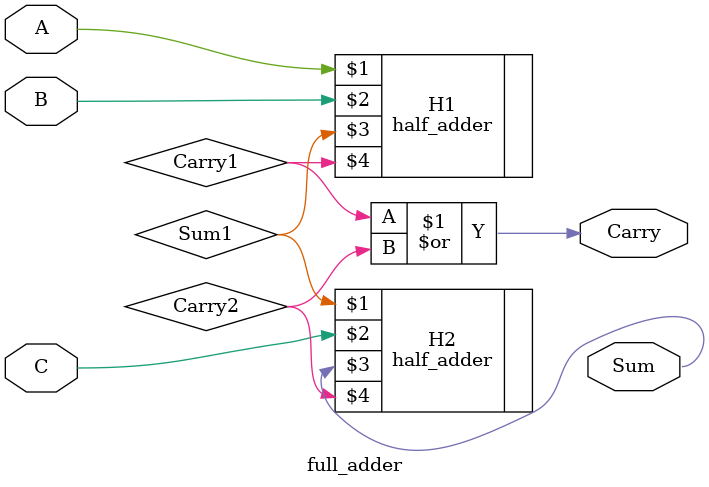
<source format=v>
`timescale 1ns / 1ps


module full_adder(A,B,C,Sum,Carry);
input A,B,C;
output Sum, Carry;
wire Sum1, Carry1, Carry2;
half_adder H1(A,B,Sum1,Carry1);
half_adder H2(Sum1,C,Sum,Carry2);
assign Carry = Carry1|Carry2;

endmodule

</source>
